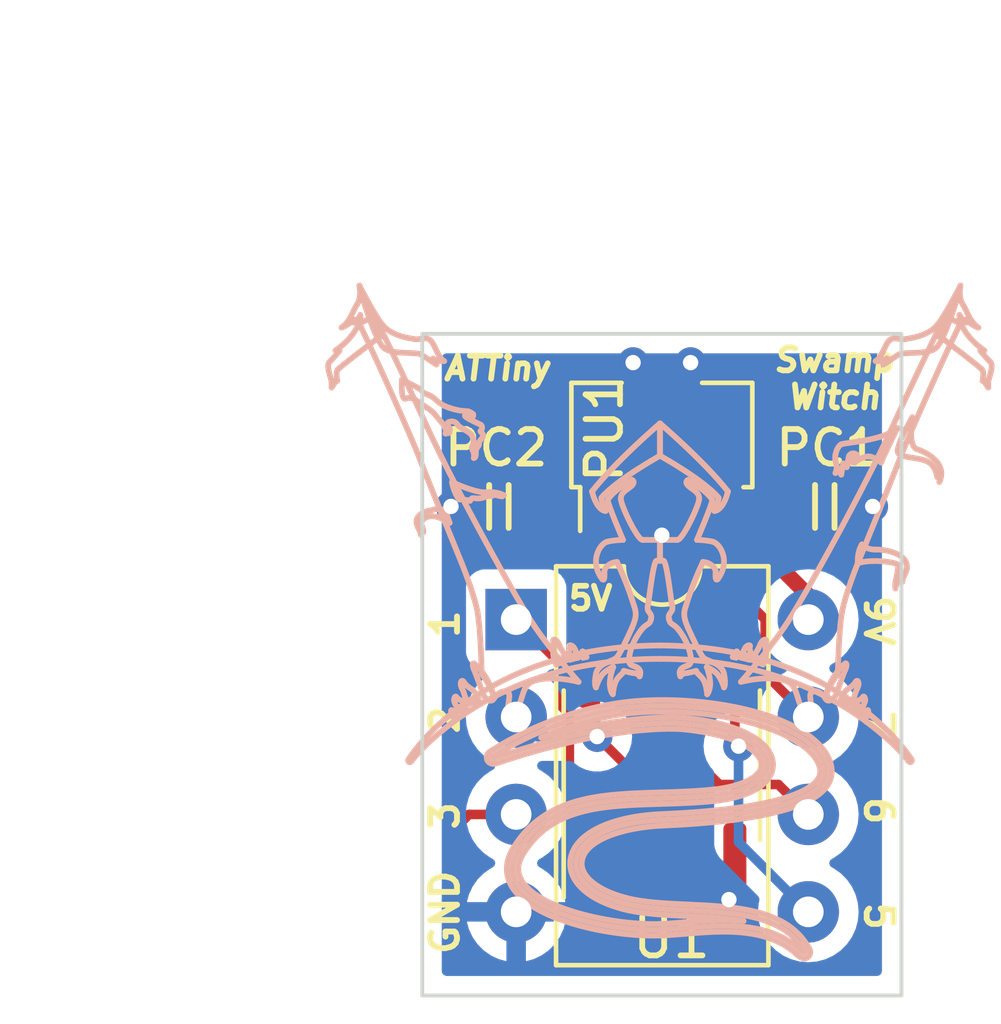
<source format=kicad_pcb>
(kicad_pcb (version 20211014) (generator pcbnew)
  (layers (0 "F.Cu" signal) (31 "B.Cu" signal) (34 "B.Paste" user) (35 "F.Paste" user) (36 "B.SilkS" user "B.Silkscreen") (37 "F.SilkS" user "F.Silkscreen") (38 "B.Mask" user) (39 "F.Mask" user) (44 "Edge.Cuts" user))
  (net 0 "")
  (net 1 "GND")
  (net 2 "+9V")
  (net 3 "+5V")
  (net 4 "Net-(J1-Pad7)")
  (net 5 "Net-(U1-Pad3)")
  (net 6 "Net-(U1-Pad2)")
  (net 7 "Net-(U1-Pad1)")
  (net 8 "Net-(U1-Pad5)")
  (net 9 "Net-(J1-Pad6)")
  (footprint "Package_SO:SOIC-8_3.9x4.9mm_P1.27mm" (layer "F.Cu") (at 157.75 66.5 90)
    (fp_text reference "U1" (at -4.5 0.25) (layer "F.SilkS"))
    (fp_text value "Attiny85" hide)
    (pad "1" smd roundrect locked (at -2.475 -1.905 90) (size 1.95 0.6) (layers "F.Cu" "F.Paste" "F.Mask") (net 7 "Net-(U1-Pad1)"))
    (pad "2" smd roundrect locked (at -2.475 -0.635 90) (size 1.95 0.6) (layers "F.Cu" "F.Paste" "F.Mask") (net 6 "Net-(U1-Pad2)"))
    (pad "3" smd roundrect locked (at -2.475 0.635 90) (size 1.95 0.6) (layers "F.Cu" "F.Paste" "F.Mask") (net 5 "Net-(U1-Pad3)"))
    (pad "4" smd roundrect locked (at -2.475 1.905 90) (size 1.95 0.6) (layers "F.Cu" "F.Paste" "F.Mask") (net 1 "GND"))
    (pad "5" smd roundrect locked (at 2.475 1.905 90) (size 1.95 0.6) (layers "F.Cu" "F.Paste" "F.Mask") (net 8 "Net-(U1-Pad5)"))
    (pad "6" smd roundrect locked (at 2.475 0.635 90) (size 1.95 0.6) (layers "F.Cu" "F.Paste" "F.Mask") (net 9 "Net-(J1-Pad6)"))
    (pad "7" smd roundrect locked (at 2.475 -0.635 90) (size 1.95 0.6) (layers "F.Cu" "F.Paste" "F.Mask") (net 4 "Net-(J1-Pad7)"))
    (pad "8" smd roundrect locked (at 2.475 -1.905 90) (size 1.95 0.6) (layers "F.Cu" "F.Paste" "F.Mask") (net 3 "+5V"))
  )
  (footprint "Package_TO_SOT_SMD:SOT-89-3" (layer "F.Cu") (at 157.75 58.1875 90)
    (fp_text reference "PU1" (at 0.4375 -1.5 270) (layer "F.SilkS") (effects (font (size 0.9 0.9))))
    (fp_text value "L78L05_SOT89" hide)
    (pad "1" smd rect locked (at -1.65 -1.5 90) (size 1.3 0.9) (layers "F.Cu" "F.Paste" "F.Mask") (net 3 "+5V"))
    (pad "2" smd custom locked (at -1.5625 0 90) (size 1.475 0.9) (layers "F.Cu" "F.Paste" "F.Mask") (net 1 "GND") (options (clearance outline) (anchor rect)) (primitives (gr_poly (pts (xy 3.8625 0.8665) (xy 0.7375 0.8665) (xy 0.7375 -0.8665) (xy 3.8625 -0.8665)) (width 0) (fill yes))))
    (pad "3" smd rect locked (at -1.65 1.5 90) (size 1.3 0.9) (layers "F.Cu" "F.Paste" "F.Mask") (net 2 "+9V"))
  )
  (footprint "swamp-witch:DIP_8pin_TH" (layer "F.Cu") (at 153.95 62.7)
    (fp_text reference "J1" hide)
    (fp_text value "CONN" hide)
    (pad "1" thru_hole rect locked (at 0 0) (size 1.6 1.6) (drill 0.8) (layers *.Cu *.Mask) (net 7 "Net-(U1-Pad1)"))
    (pad "2" thru_hole oval locked (at 0 2.54) (size 1.6 1.6) (drill 0.8) (layers *.Cu *.Mask) (net 6 "Net-(U1-Pad2)"))
    (pad "3" thru_hole oval locked (at 0 5.08) (size 1.6 1.6) (drill 0.8) (layers *.Cu *.Mask) (net 5 "Net-(U1-Pad3)"))
    (pad "4" thru_hole oval locked (at 0 7.62) (size 1.6 1.6) (drill 0.8) (layers *.Cu *.Mask) (net 1 "GND"))
    (pad "5" thru_hole oval locked (at 7.62 7.62) (size 1.6 1.6) (drill 0.8) (layers *.Cu *.Mask) (net 8 "Net-(U1-Pad5)"))
    (pad "6" thru_hole oval locked (at 7.62 5.08) (size 1.6 1.6) (drill 0.8) (layers *.Cu *.Mask) (net 9 "Net-(J1-Pad6)"))
    (pad "7" thru_hole oval locked (at 7.62 2.54) (size 1.6 1.6) (drill 0.8) (layers *.Cu *.Mask) (net 4 "Net-(J1-Pad7)"))
    (pad "8" thru_hole oval locked (at 7.62 0) (size 1.6 1.6) (drill 0.8) (layers *.Cu *.Mask) (net 2 "+9V"))
  )
  (footprint "swamp-witch:C_0805" (layer "F.Cu") (at 153.5 59.75 180)
    (fp_text reference "PC2" (at 1.5 1) (layer "F.SilkS") (effects (font (size 0.9 0.9) (thickness 0.1524)) (justify left bottom)))
    (fp_text value "100n" hide)
    (pad "1" smd rect locked (at -0.95 0 180) (size 0.7 1.3) (layers "F.Cu" "F.Paste" "F.Mask") (net 3 "+5V"))
    (pad "2" smd rect locked (at 0.95 0 180) (size 0.7 1.3) (layers "F.Cu" "F.Paste" "F.Mask") (net 1 "GND"))
  )
  (footprint "swamp-witch:C_0805" (layer "F.Cu") (at 162 59.75 180)
    (fp_text reference "PC1" (at -1.5 1) (layer "F.SilkS") (effects (font (size 0.9 0.9) (thickness 0.1524)) (justify right bottom)))
    (fp_text value "100n" hide)
    (pad "1" smd rect locked (at -0.95 0 180) (size 0.7 1.3) (layers "F.Cu" "F.Paste" "F.Mask") (net 1 "GND"))
    (pad "2" smd rect locked (at 0.95 0 180) (size 0.7 1.3) (layers "F.Cu" "F.Paste" "F.Mask") (net 2 "+9V"))
  )
  (footprint "swamp-witch:logo_dxf" (layer "B.Cu") (at 166.355152 71.834907 180)
    (fp_text reference "REF**" hide)
    (fp_text value "logo_dxf" hide)
  )
  (gr_rect (start 151.5 55.25) (end 164 72.5) (layer "Edge.Cuts") (width 0.1) (fill none))
  (gr_text "5" (at 163 70 270) (layer "F.SilkS") (effects (font (size 0.7 0.7) (thickness 0.1524)) (justify left bottom)))
  (gr_text "1" (at 152.5 63.25 90) (layer "F.SilkS") (effects (font (size 0.7 0.7) (thickness 0.1524)) (justify left bottom)))
  (gr_text "7" (at 163 65 270) (layer "F.SilkS") (effects (font (size 0.7 0.7) (thickness 0.1524)) (justify left bottom)))
  (gr_text "6" (at 163 67.25 270) (layer "F.SilkS") (effects (font (size 0.7 0.7) (thickness 0.1524)) (justify left bottom)))
  (gr_text "GND" (at 152.5 71.5 90) (layer "F.SilkS") (effects (font (size 0.7 0.7) (thickness 0.1524)) (justify left bottom)))
  (gr_text "Swamp\nWitch" (at 162.25 57.25) (layer "F.SilkS") (effects (font (size 0.6 0.6) (thickness 0.15) italic) (justify bottom)))
  (gr_text "9V\n" (at 163 62 270) (layer "F.SilkS") (effects (font (size 0.7 0.7) (thickness 0.1524)) (justify left bottom)))
  (gr_text "3" (at 152.5 68.25 90) (layer "F.SilkS") (effects (font (size 0.7 0.7) (thickness 0.1524)) (justify left bottom)))
  (gr_text "2" (at 152.5 65.75 90) (layer "F.SilkS") (effects (font (size 0.7 0.7) (thickness 0.1524)) (justify left bottom)))
  (gr_text "ATTiny\n" (at 152 56.5) (layer "F.SilkS") (effects (font (size 0.6 0.6) (thickness 0.15) italic) (justify left bottom)))
  (gr_text "5V" (at 155.25 62.5) (layer "F.SilkS") (effects (font (size 0.6 0.6)) (justify left bottom)))
  (segment (start 157.75 59.75) (end 157.75 60.5) (width 0.25) (layer "F.Cu") (net 1))
  (segment (start 157.75 56.75) (end 158.5 56) (width 0.25) (layer "F.Cu") (net 1))
  (segment (start 162.95 59.75) (end 163.25 59.75) (width 0.25) (layer "F.Cu") (net 1))
  (segment (start 157.75 56.75) (end 157 56) (width 0.25) (layer "F.Cu") (net 1))
  (segment (start 152.55 59.75) (end 152.25 59.75) (width 0.25) (layer "F.Cu") (net 1))
  (segment (start 159.655 69.845) (end 159.5 70) (width 0.25) (layer "F.Cu") (net 1))
  (segment (start 157.75 59.75) (end 157.75 56.75) (width 0.25) (layer "F.Cu") (net 1))
  (segment (start 159.655 68.975) (end 159.655 69.845) (width 0.25) (layer "F.Cu") (net 1))
  (via (at 158.5 56) (size 0.8) (drill 0.4) (layers "F.Cu" "B.Cu") (net 1))
  (via (at 152.25 59.75) (size 0.8) (drill 0.4) (layers "F.Cu" "B.Cu") (net 1))
  (via (at 157.75 60.5) (size 0.8) (drill 0.4) (layers "F.Cu" "B.Cu") (net 1))
  (via (at 159.5 70) (size 0.8) (drill 0.4) (layers "F.Cu" "B.Cu") (net 1))
  (via (at 163.25 59.75) (size 0.8) (drill 0.4) (layers "F.Cu" "B.Cu") (net 1))
  (via (at 157 56) (size 0.8) (drill 0.4) (layers "F.Cu" "B.Cu") (net 1))
  (segment (start 160.0875 59.8375) (end 160.0875 60.5875) (width 0.4064) (layer "F.Cu") (net 2))
  (segment (start 160.9625 59.8375) (end 161.05 59.75) (width 0.4064) (layer "F.Cu") (net 2))
  (segment (start 160.0875 59.8375) (end 160.9625 59.8375) (width 0.4064) (layer "F.Cu") (net 2))
  (segment (start 159.25 59.8375) (end 160.0875 59.8375) (width 0.4064) (layer "F.Cu") (net 2))
  (segment (start 161.57 62.07) (end 161.57 62.7) (width 0.4064) (layer "F.Cu") (net 2))
  (segment (start 160.0875 60.5875) (end 161.57 62.07) (width 0.4064) (layer "F.Cu") (net 2))
  (segment (start 156.25 63.62) (end 155.845 64.025) (width 0.4064) (layer "F.Cu") (net 3))
  (segment (start 155.4125 59.8375) (end 154.5375 59.8375) (width 0.4064) (layer "F.Cu") (net 3))
  (segment (start 155.4125 59.8375) (end 155.5 59.925) (width 0.4064) (layer "F.Cu") (net 3))
  (segment (start 156.25 59.8375) (end 155.4125 59.8375) (width 0.4064) (layer "F.Cu") (net 3))
  (segment (start 155.5 59.925) (end 155.5 61) (width 0.4064) (layer "F.Cu") (net 3))
  (segment (start 154.5375 59.8375) (end 154.45 59.75) (width 0.4064) (layer "F.Cu") (net 3))
  (segment (start 156.25 61.75) (end 156.25 63.62) (width 0.4064) (layer "F.Cu") (net 3))
  (segment (start 155.5 61) (end 156.25 61.75) (width 0.4064) (layer "F.Cu") (net 3))
  (segment (start 157.75 62.25) (end 157.115 62.885) (width 0.25) (layer "F.Cu") (net 4))
  (segment (start 160 62.25) (end 157.75 62.25) (width 0.25) (layer "F.Cu") (net 4))
  (segment (start 160.445489 62.695489) (end 160 62.25) (width 0.25) (layer "F.Cu") (net 4))
  (segment (start 160.445489 64.115489) (end 160.445489 62.695489) (width 0.25) (layer "F.Cu") (net 4))
  (segment (start 157.115 62.885) (end 157.115 64.025) (width 0.25) (layer "F.Cu") (net 4))
  (segment (start 161.57 65.24) (end 160.445489 64.115489) (width 0.25) (layer "F.Cu") (net 4))
  (segment (start 158.385 69.351072) (end 155.986072 71.75) (width 0.25) (layer "F.Cu") (net 5))
  (segment (start 152.25 68.25) (end 152.72 67.78) (width 0.25) (layer "F.Cu") (net 5))
  (segment (start 158.385 68.975) (end 158.385 69.351072) (width 0.25) (layer "F.Cu") (net 5))
  (segment (start 153 71.75) (end 152.25 71) (width 0.25) (layer "F.Cu") (net 5))
  (segment (start 152.72 67.78) (end 153.95 67.78) (width 0.25) (layer "F.Cu") (net 5))
  (segment (start 152.25 71) (end 152.25 68.25) (width 0.25) (layer "F.Cu") (net 5))
  (segment (start 155.986072 71.75) (end 153 71.75) (width 0.25) (layer "F.Cu") (net 5))
  (segment (start 157.115 68.115) (end 157.115 66.803536) (width 0.25) (layer "F.Cu") (net 6))
  (segment (start 157.115 68.975) (end 157.115 68.115) (width 0.25) (layer "F.Cu") (net 6))
  (segment (start 157.115 68.975) (end 157.115 69.351072) (width 0.25) (layer "F.Cu") (net 6))
  (segment (start 157.115 68.975) (end 157.115 67.0455) (width 0.25) (layer "F.Cu") (net 6))
  (segment (start 157.115 66.803536) (end 156.061464 65.75) (width 0.25) (layer "F.Cu") (net 6))
  (via (at 156.061464 65.75) (size 0.8) (drill 0.4) (layers "F.Cu" "B.Cu") (net 6))
  (segment (start 156.061464 65.75) (end 154.46 65.75) (width 0.25) (layer "B.Cu") (net 6))
  (segment (start 154.46 65.75) (end 153.95 65.24) (width 0.25) (layer "B.Cu") (net 6))
  (segment (start 155.074511 63.824511) (end 153.95 62.7) (width 0.25) (layer "F.Cu") (net 7))
  (segment (start 155.074511 64.900583) (end 155.074511 63.824511) (width 0.25) (layer "F.Cu") (net 7))
  (segment (start 155.845 68.095) (end 155.336964 67.586964) (width 0.25) (layer "F.Cu") (net 7))
  (segment (start 155.336964 67.586964) (end 155.336964 65.163036) (width 0.25) (layer "F.Cu") (net 7))
  (segment (start 155.336964 65.163036) (end 155.074511 64.900583) (width 0.25) (layer "F.Cu") (net 7))
  (segment (start 155.845 68.975) (end 155.845 68.095) (width 0.25) (layer "F.Cu") (net 7))
  (segment (start 159.655 65.905) (end 159.75 66) (width 0.25) (layer "F.Cu") (net 8))
  (segment (start 159.655 64.025) (end 159.655 65.905) (width 0.25) (layer "F.Cu") (net 8))
  (via (at 159.75 66) (size 0.8) (drill 0.4) (layers "F.Cu" "B.Cu") (net 8))
  (segment (start 159.75 68.5) (end 161.57 70.32) (width 0.25) (layer "B.Cu") (net 8))
  (segment (start 159.75 66) (end 159.75 68.5) (width 0.25) (layer "B.Cu") (net 8))
  (segment (start 159.25 67) (end 160.79 67) (width 0.25) (layer "F.Cu") (net 9))
  (segment (start 158.385 66.135) (end 159.25 67) (width 0.25) (layer "F.Cu") (net 9))
  (segment (start 158.385 64.025) (end 158.385 66.135) (width 0.25) (layer "F.Cu") (net 9))
  (segment (start 160.79 67) (end 161.57 67.78) (width 0.25) (layer "F.Cu") (net 9))
  (zone (net 1) (net_name "GND") (layer "B.Cu") (connect_pads (clearance 0.508)) (min_thickness 0.254) (fill yes (thermal_gap 0.508) (thermal_bridge_width 0.508))
    (polygon (pts (xy 165 73.25) (xy 149 73.25) (xy 149 54.25) (xy 165 54.25)))
  )
)
</source>
